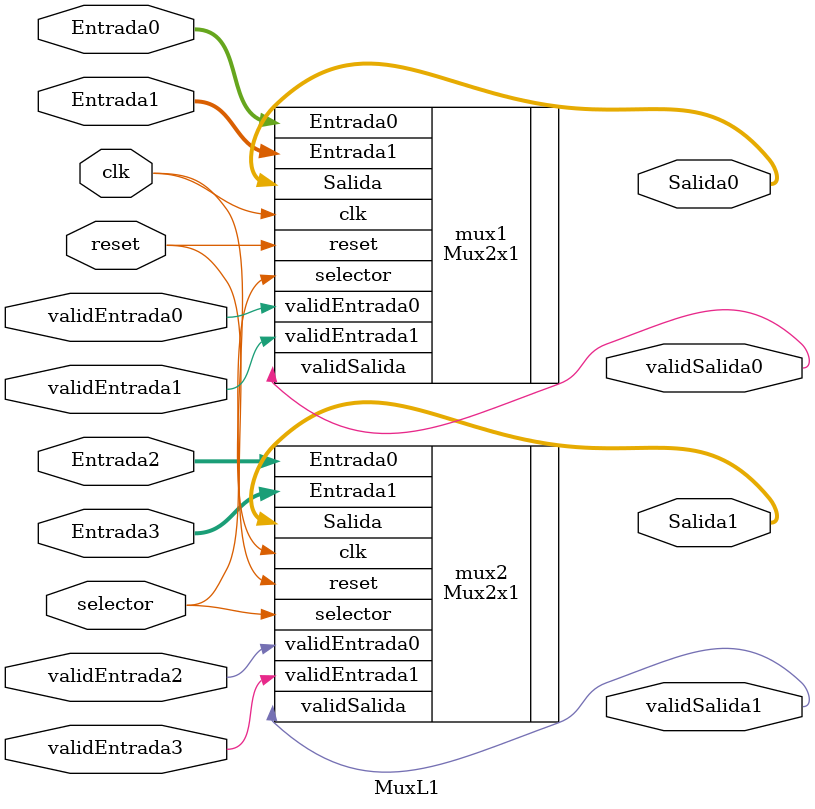
<source format=v>
`include "mux2x1.v"
module MuxL1(
    output [7:0]Salida0,
    output [7:0]Salida1,
    output validSalida0,
    output validSalida1,
    input [7:0]Entrada0,
    input [7:0]Entrada1,
    input [7:0]Entrada2,
    input [7:0]Entrada3,
    input validEntrada0,
    input validEntrada1,
    input validEntrada2,
    input validEntrada3,
    input selector,
    input clk,
    input reset);

    Mux2x1 mux1(
        //Salidas
        .Salida  (Salida0[7:0]),  
        .validSalida (validSalida0),
        //Entradas
        .Entrada0    (Entrada0[7:0]),
        .Entrada1   (Entrada1[7:0]),
        .validEntrada0   (validEntrada0),
        .validEntrada1    (validEntrada1),
        .selector  (selector),
        .clk       (clk),
        .reset     (reset)
    );
    Mux2x1 mux2(
        //Salidas
        .Salida  (Salida1[7:0]),  
        .validSalida (validSalida1),
        //Entradas
        .Entrada0    (Entrada2[7:0]),
        .Entrada1   (Entrada3[7:0]),
        .validEntrada0   (validEntrada2),
        .validEntrada1    (validEntrada3),
        .selector  (selector),
        .clk       (clk),
        .reset     (reset)
    );
endmodule
</source>
